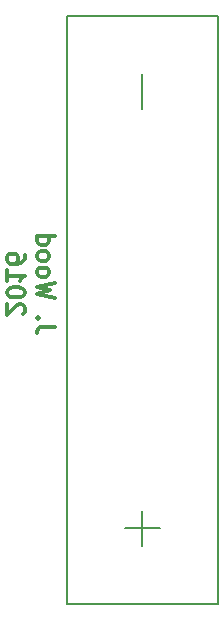
<source format=gbo>
G04 #@! TF.FileFunction,Legend,Bot*
%FSLAX46Y46*%
G04 Gerber Fmt 4.6, Leading zero omitted, Abs format (unit mm)*
G04 Created by KiCad (PCBNEW 4.0.3-stable) date 11/02/16 23:14:01*
%MOMM*%
%LPD*%
G01*
G04 APERTURE LIST*
%ADD10C,0.100000*%
%ADD11C,0.300000*%
%ADD12C,0.200000*%
%ADD13C,1.000000*%
%ADD14C,2.000000*%
%ADD15C,1.000000*%
%ADD16C,1.600000*%
G04 APERTURE END LIST*
D10*
D11*
X122596429Y-111407143D02*
X121525000Y-111407143D01*
X121310714Y-111478571D01*
X121167857Y-111621428D01*
X121096429Y-111835714D01*
X121096429Y-111978571D01*
X121239286Y-110692857D02*
X121167857Y-110621429D01*
X121096429Y-110692857D01*
X121167857Y-110764286D01*
X121239286Y-110692857D01*
X121096429Y-110692857D01*
X122596429Y-108978571D02*
X121096429Y-108621428D01*
X122167857Y-108335714D01*
X121096429Y-108050000D01*
X122596429Y-107692857D01*
X121096429Y-106907142D02*
X121167857Y-107050000D01*
X121239286Y-107121428D01*
X121382143Y-107192857D01*
X121810714Y-107192857D01*
X121953571Y-107121428D01*
X122025000Y-107050000D01*
X122096429Y-106907142D01*
X122096429Y-106692857D01*
X122025000Y-106550000D01*
X121953571Y-106478571D01*
X121810714Y-106407142D01*
X121382143Y-106407142D01*
X121239286Y-106478571D01*
X121167857Y-106550000D01*
X121096429Y-106692857D01*
X121096429Y-106907142D01*
X121096429Y-105549999D02*
X121167857Y-105692857D01*
X121239286Y-105764285D01*
X121382143Y-105835714D01*
X121810714Y-105835714D01*
X121953571Y-105764285D01*
X122025000Y-105692857D01*
X122096429Y-105549999D01*
X122096429Y-105335714D01*
X122025000Y-105192857D01*
X121953571Y-105121428D01*
X121810714Y-105049999D01*
X121382143Y-105049999D01*
X121239286Y-105121428D01*
X121167857Y-105192857D01*
X121096429Y-105335714D01*
X121096429Y-105549999D01*
X121096429Y-103764285D02*
X122596429Y-103764285D01*
X121167857Y-103764285D02*
X121096429Y-103907142D01*
X121096429Y-104192856D01*
X121167857Y-104335714D01*
X121239286Y-104407142D01*
X121382143Y-104478571D01*
X121810714Y-104478571D01*
X121953571Y-104407142D01*
X122025000Y-104335714D01*
X122096429Y-104192856D01*
X122096429Y-103907142D01*
X122025000Y-103764285D01*
X119903571Y-110371428D02*
X119975000Y-110299999D01*
X120046429Y-110157142D01*
X120046429Y-109799999D01*
X119975000Y-109657142D01*
X119903571Y-109585713D01*
X119760714Y-109514285D01*
X119617857Y-109514285D01*
X119403571Y-109585713D01*
X118546429Y-110442856D01*
X118546429Y-109514285D01*
X120046429Y-108585714D02*
X120046429Y-108442857D01*
X119975000Y-108300000D01*
X119903571Y-108228571D01*
X119760714Y-108157142D01*
X119475000Y-108085714D01*
X119117857Y-108085714D01*
X118832143Y-108157142D01*
X118689286Y-108228571D01*
X118617857Y-108300000D01*
X118546429Y-108442857D01*
X118546429Y-108585714D01*
X118617857Y-108728571D01*
X118689286Y-108800000D01*
X118832143Y-108871428D01*
X119117857Y-108942857D01*
X119475000Y-108942857D01*
X119760714Y-108871428D01*
X119903571Y-108800000D01*
X119975000Y-108728571D01*
X120046429Y-108585714D01*
X118546429Y-106657143D02*
X118546429Y-107514286D01*
X118546429Y-107085714D02*
X120046429Y-107085714D01*
X119832143Y-107228571D01*
X119689286Y-107371429D01*
X119617857Y-107514286D01*
X120046429Y-105371429D02*
X120046429Y-105657143D01*
X119975000Y-105800000D01*
X119903571Y-105871429D01*
X119689286Y-106014286D01*
X119403571Y-106085715D01*
X118832143Y-106085715D01*
X118689286Y-106014286D01*
X118617857Y-105942858D01*
X118546429Y-105800000D01*
X118546429Y-105514286D01*
X118617857Y-105371429D01*
X118689286Y-105300000D01*
X118832143Y-105228572D01*
X119189286Y-105228572D01*
X119332143Y-105300000D01*
X119403571Y-105371429D01*
X119475000Y-105514286D01*
X119475000Y-105800000D01*
X119403571Y-105942858D01*
X119332143Y-106014286D01*
X119189286Y-106085715D01*
D12*
X123600000Y-85100000D02*
X123600000Y-134900000D01*
X123600000Y-134900000D02*
X136400000Y-134900000D01*
X136400000Y-134900000D02*
X136400000Y-85100000D01*
X136400000Y-85100000D02*
X123600000Y-85100000D01*
X130000000Y-90000000D02*
X130000000Y-93000000D01*
X130000000Y-130000000D02*
X130000000Y-127000000D01*
X128500000Y-128500000D02*
X131500000Y-128500000D01*
%LPC*%
D13*
X144601367Y-124511998D02*
X144824905Y-124400058D01*
X146593895Y-128490984D02*
X146817433Y-128379044D01*
X146120100Y-121570642D02*
X146924838Y-121167658D01*
X149858888Y-129036830D02*
X150663626Y-128633846D01*
D14*
X130000000Y-87650000D03*
X130000000Y-132350000D03*
D15*
X140695000Y-120560000D03*
X139679000Y-125640000D03*
X141711000Y-125640000D03*
D14*
X112750000Y-128750000D03*
X117250000Y-128750000D03*
X117250000Y-122250000D03*
X112750000Y-122250000D03*
D16*
X121000000Y-124500000D03*
X121000000Y-126500000D03*
X121000000Y-122500000D03*
D14*
X121000000Y-120400000D03*
X121000000Y-128600000D03*
M02*

</source>
